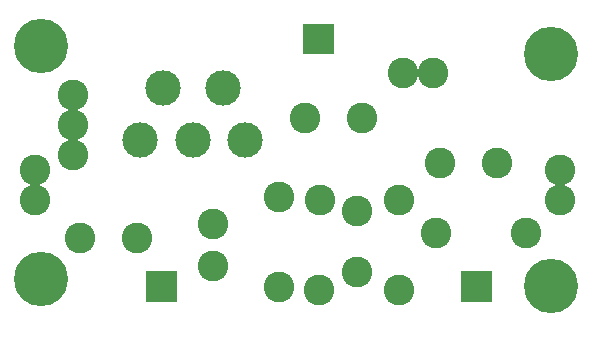
<source format=gbr>
%FSLAX34Y34*%
%MOMM*%
%LNSOLDERMASK_BOTTOM*%
G71*
G01*
%ADD10C,3.000*%
%ADD11C,2.600*%
%ADD12C,4.600*%
%LPD*%
X128270Y189800D02*
G54D10*
D03*
X179070Y189800D02*
G54D10*
D03*
X153670Y145350D02*
G54D10*
D03*
X198120Y145350D02*
G54D10*
D03*
X109220Y145350D02*
G54D10*
D03*
X52070Y158050D02*
G54D11*
D03*
X52070Y132650D02*
G54D11*
D03*
X52070Y183450D02*
G54D11*
D03*
X226695Y96965D02*
G54D11*
D03*
X226645Y20715D02*
G54D11*
D03*
X260955Y18023D02*
G54D11*
D03*
X261005Y94273D02*
G54D11*
D03*
X292431Y33957D02*
G54D11*
D03*
X292319Y84937D02*
G54D11*
D03*
X58332Y62800D02*
G54D11*
D03*
X106132Y62800D02*
G54D11*
D03*
X359957Y66410D02*
G54D11*
D03*
X436207Y66360D02*
G54D11*
D03*
X411020Y126300D02*
G54D11*
D03*
X363220Y126300D02*
G54D11*
D03*
X171176Y38856D02*
G54D11*
D03*
X171176Y73956D02*
G54D11*
D03*
X296720Y164400D02*
G54D11*
D03*
X248920Y164400D02*
G54D11*
D03*
X328602Y18078D02*
G54D11*
D03*
X328652Y94328D02*
G54D11*
D03*
X331925Y201775D02*
G54D11*
D03*
X357425Y201775D02*
G54D11*
D03*
X464820Y94550D02*
G54D11*
D03*
X464820Y119950D02*
G54D11*
D03*
X20320Y119950D02*
G54D11*
D03*
X20320Y94550D02*
G54D11*
D03*
X260955Y18023D02*
G54D11*
D03*
X328602Y18078D02*
G54D11*
D03*
X411020Y126300D02*
G54D11*
D03*
X436207Y66360D02*
G54D11*
D03*
X464820Y94550D02*
G54D11*
D03*
G36*
X247350Y243950D02*
X273350Y243950D01*
X273350Y217950D01*
X247350Y217950D01*
X247350Y243950D01*
G37*
X457200Y218250D02*
G54D12*
D03*
X457200Y21400D02*
G54D12*
D03*
X25400Y224600D02*
G54D12*
D03*
X25400Y27750D02*
G54D12*
D03*
G36*
X114000Y34400D02*
X140000Y34400D01*
X140000Y8400D01*
X114000Y8400D01*
X114000Y34400D01*
G37*
G36*
X380700Y34400D02*
X406700Y34400D01*
X406700Y8400D01*
X380700Y8400D01*
X380700Y34400D01*
G37*
M02*

</source>
